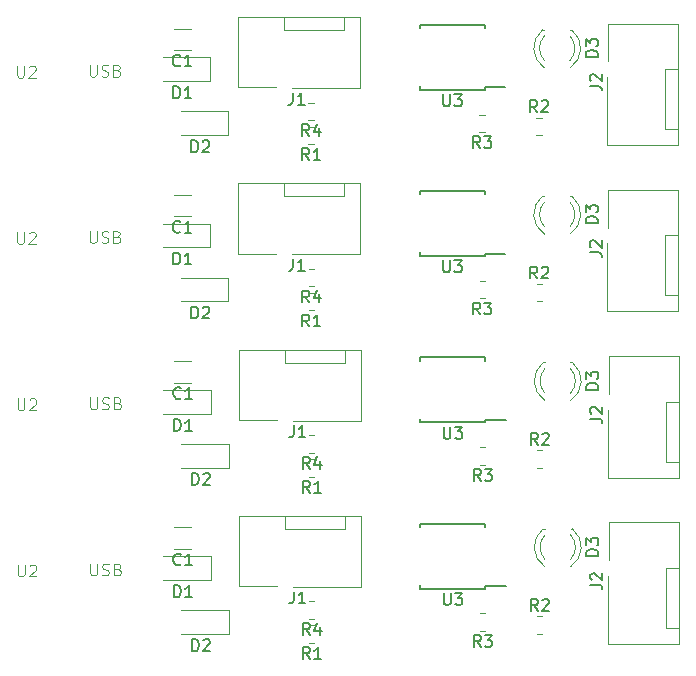
<source format=gbr>
%TF.GenerationSoftware,KiCad,Pcbnew,7.0.9*%
%TF.CreationDate,2023-12-25T23:00:34+05:45*%
%TF.ProjectId,Attiny85_USB_panel,41747469-6e79-4383-955f-5553425f7061,rev?*%
%TF.SameCoordinates,Original*%
%TF.FileFunction,Legend,Top*%
%TF.FilePolarity,Positive*%
%FSLAX46Y46*%
G04 Gerber Fmt 4.6, Leading zero omitted, Abs format (unit mm)*
G04 Created by KiCad (PCBNEW 7.0.9) date 2023-12-25 23:00:34*
%MOMM*%
%LPD*%
G01*
G04 APERTURE LIST*
%ADD10C,0.150000*%
%ADD11C,0.100000*%
%ADD12C,0.120000*%
G04 APERTURE END LIST*
D10*
X98895933Y-67484419D02*
X98562600Y-67008228D01*
X98324505Y-67484419D02*
X98324505Y-66484419D01*
X98324505Y-66484419D02*
X98705457Y-66484419D01*
X98705457Y-66484419D02*
X98800695Y-66532038D01*
X98800695Y-66532038D02*
X98848314Y-66579657D01*
X98848314Y-66579657D02*
X98895933Y-66674895D01*
X98895933Y-66674895D02*
X98895933Y-66817752D01*
X98895933Y-66817752D02*
X98848314Y-66912990D01*
X98848314Y-66912990D02*
X98800695Y-66960609D01*
X98800695Y-66960609D02*
X98705457Y-67008228D01*
X98705457Y-67008228D02*
X98324505Y-67008228D01*
X99848314Y-67484419D02*
X99276886Y-67484419D01*
X99562600Y-67484419D02*
X99562600Y-66484419D01*
X99562600Y-66484419D02*
X99467362Y-66627276D01*
X99467362Y-66627276D02*
X99372124Y-66722514D01*
X99372124Y-66722514D02*
X99276886Y-66770133D01*
X110236095Y-47838819D02*
X110236095Y-48648342D01*
X110236095Y-48648342D02*
X110283714Y-48743580D01*
X110283714Y-48743580D02*
X110331333Y-48791200D01*
X110331333Y-48791200D02*
X110426571Y-48838819D01*
X110426571Y-48838819D02*
X110617047Y-48838819D01*
X110617047Y-48838819D02*
X110712285Y-48791200D01*
X110712285Y-48791200D02*
X110759904Y-48743580D01*
X110759904Y-48743580D02*
X110807523Y-48648342D01*
X110807523Y-48648342D02*
X110807523Y-47838819D01*
X111188476Y-47838819D02*
X111807523Y-47838819D01*
X111807523Y-47838819D02*
X111474190Y-48219771D01*
X111474190Y-48219771D02*
X111617047Y-48219771D01*
X111617047Y-48219771D02*
X111712285Y-48267390D01*
X111712285Y-48267390D02*
X111759904Y-48315009D01*
X111759904Y-48315009D02*
X111807523Y-48410247D01*
X111807523Y-48410247D02*
X111807523Y-48648342D01*
X111807523Y-48648342D02*
X111759904Y-48743580D01*
X111759904Y-48743580D02*
X111712285Y-48791200D01*
X111712285Y-48791200D02*
X111617047Y-48838819D01*
X111617047Y-48838819D02*
X111331333Y-48838819D01*
X111331333Y-48838819D02*
X111236095Y-48791200D01*
X111236095Y-48791200D02*
X111188476Y-48743580D01*
X98895933Y-65452419D02*
X98562600Y-64976228D01*
X98324505Y-65452419D02*
X98324505Y-64452419D01*
X98324505Y-64452419D02*
X98705457Y-64452419D01*
X98705457Y-64452419D02*
X98800695Y-64500038D01*
X98800695Y-64500038D02*
X98848314Y-64547657D01*
X98848314Y-64547657D02*
X98895933Y-64642895D01*
X98895933Y-64642895D02*
X98895933Y-64785752D01*
X98895933Y-64785752D02*
X98848314Y-64880990D01*
X98848314Y-64880990D02*
X98800695Y-64928609D01*
X98800695Y-64928609D02*
X98705457Y-64976228D01*
X98705457Y-64976228D02*
X98324505Y-64976228D01*
X99753076Y-64785752D02*
X99753076Y-65452419D01*
X99514981Y-64404800D02*
X99276886Y-65119085D01*
X99276886Y-65119085D02*
X99895933Y-65119085D01*
X97520666Y-47708819D02*
X97520666Y-48423104D01*
X97520666Y-48423104D02*
X97473047Y-48565961D01*
X97473047Y-48565961D02*
X97377809Y-48661200D01*
X97377809Y-48661200D02*
X97234952Y-48708819D01*
X97234952Y-48708819D02*
X97139714Y-48708819D01*
X98520666Y-48708819D02*
X97949238Y-48708819D01*
X98234952Y-48708819D02*
X98234952Y-47708819D01*
X98234952Y-47708819D02*
X98139714Y-47851676D01*
X98139714Y-47851676D02*
X98044476Y-47946914D01*
X98044476Y-47946914D02*
X97949238Y-47994533D01*
X87450705Y-90415019D02*
X87450705Y-89415019D01*
X87450705Y-89415019D02*
X87688800Y-89415019D01*
X87688800Y-89415019D02*
X87831657Y-89462638D01*
X87831657Y-89462638D02*
X87926895Y-89557876D01*
X87926895Y-89557876D02*
X87974514Y-89653114D01*
X87974514Y-89653114D02*
X88022133Y-89843590D01*
X88022133Y-89843590D02*
X88022133Y-89986447D01*
X88022133Y-89986447D02*
X87974514Y-90176923D01*
X87974514Y-90176923D02*
X87926895Y-90272161D01*
X87926895Y-90272161D02*
X87831657Y-90367400D01*
X87831657Y-90367400D02*
X87688800Y-90415019D01*
X87688800Y-90415019D02*
X87450705Y-90415019D01*
X88974514Y-90415019D02*
X88403086Y-90415019D01*
X88688800Y-90415019D02*
X88688800Y-89415019D01*
X88688800Y-89415019D02*
X88593562Y-89557876D01*
X88593562Y-89557876D02*
X88498324Y-89653114D01*
X88498324Y-89653114D02*
X88403086Y-89700733D01*
X113422133Y-94637019D02*
X113088800Y-94160828D01*
X112850705Y-94637019D02*
X112850705Y-93637019D01*
X112850705Y-93637019D02*
X113231657Y-93637019D01*
X113231657Y-93637019D02*
X113326895Y-93684638D01*
X113326895Y-93684638D02*
X113374514Y-93732257D01*
X113374514Y-93732257D02*
X113422133Y-93827495D01*
X113422133Y-93827495D02*
X113422133Y-93970352D01*
X113422133Y-93970352D02*
X113374514Y-94065590D01*
X113374514Y-94065590D02*
X113326895Y-94113209D01*
X113326895Y-94113209D02*
X113231657Y-94160828D01*
X113231657Y-94160828D02*
X112850705Y-94160828D01*
X113755467Y-93637019D02*
X114374514Y-93637019D01*
X114374514Y-93637019D02*
X114041181Y-94017971D01*
X114041181Y-94017971D02*
X114184038Y-94017971D01*
X114184038Y-94017971D02*
X114279276Y-94065590D01*
X114279276Y-94065590D02*
X114326895Y-94113209D01*
X114326895Y-94113209D02*
X114374514Y-94208447D01*
X114374514Y-94208447D02*
X114374514Y-94446542D01*
X114374514Y-94446542D02*
X114326895Y-94541780D01*
X114326895Y-94541780D02*
X114279276Y-94589400D01*
X114279276Y-94589400D02*
X114184038Y-94637019D01*
X114184038Y-94637019D02*
X113898324Y-94637019D01*
X113898324Y-94637019D02*
X113803086Y-94589400D01*
X113803086Y-94589400D02*
X113755467Y-94541780D01*
X118197333Y-49350819D02*
X117864000Y-48874628D01*
X117625905Y-49350819D02*
X117625905Y-48350819D01*
X117625905Y-48350819D02*
X118006857Y-48350819D01*
X118006857Y-48350819D02*
X118102095Y-48398438D01*
X118102095Y-48398438D02*
X118149714Y-48446057D01*
X118149714Y-48446057D02*
X118197333Y-48541295D01*
X118197333Y-48541295D02*
X118197333Y-48684152D01*
X118197333Y-48684152D02*
X118149714Y-48779390D01*
X118149714Y-48779390D02*
X118102095Y-48827009D01*
X118102095Y-48827009D02*
X118006857Y-48874628D01*
X118006857Y-48874628D02*
X117625905Y-48874628D01*
X118578286Y-48446057D02*
X118625905Y-48398438D01*
X118625905Y-48398438D02*
X118721143Y-48350819D01*
X118721143Y-48350819D02*
X118959238Y-48350819D01*
X118959238Y-48350819D02*
X119054476Y-48398438D01*
X119054476Y-48398438D02*
X119102095Y-48446057D01*
X119102095Y-48446057D02*
X119149714Y-48541295D01*
X119149714Y-48541295D02*
X119149714Y-48636533D01*
X119149714Y-48636533D02*
X119102095Y-48779390D01*
X119102095Y-48779390D02*
X118530667Y-49350819D01*
X118530667Y-49350819D02*
X119149714Y-49350819D01*
X87448105Y-76343419D02*
X87448105Y-75343419D01*
X87448105Y-75343419D02*
X87686200Y-75343419D01*
X87686200Y-75343419D02*
X87829057Y-75391038D01*
X87829057Y-75391038D02*
X87924295Y-75486276D01*
X87924295Y-75486276D02*
X87971914Y-75581514D01*
X87971914Y-75581514D02*
X88019533Y-75771990D01*
X88019533Y-75771990D02*
X88019533Y-75914847D01*
X88019533Y-75914847D02*
X87971914Y-76105323D01*
X87971914Y-76105323D02*
X87924295Y-76200561D01*
X87924295Y-76200561D02*
X87829057Y-76295800D01*
X87829057Y-76295800D02*
X87686200Y-76343419D01*
X87686200Y-76343419D02*
X87448105Y-76343419D01*
X88971914Y-76343419D02*
X88400486Y-76343419D01*
X88686200Y-76343419D02*
X88686200Y-75343419D01*
X88686200Y-75343419D02*
X88590962Y-75486276D01*
X88590962Y-75486276D02*
X88495724Y-75581514D01*
X88495724Y-75581514D02*
X88400486Y-75629133D01*
X122653419Y-61204933D02*
X123367704Y-61204933D01*
X123367704Y-61204933D02*
X123510561Y-61252552D01*
X123510561Y-61252552D02*
X123605800Y-61347790D01*
X123605800Y-61347790D02*
X123653419Y-61490647D01*
X123653419Y-61490647D02*
X123653419Y-61585885D01*
X122748657Y-60776361D02*
X122701038Y-60728742D01*
X122701038Y-60728742D02*
X122653419Y-60633504D01*
X122653419Y-60633504D02*
X122653419Y-60395409D01*
X122653419Y-60395409D02*
X122701038Y-60300171D01*
X122701038Y-60300171D02*
X122748657Y-60252552D01*
X122748657Y-60252552D02*
X122843895Y-60204933D01*
X122843895Y-60204933D02*
X122939133Y-60204933D01*
X122939133Y-60204933D02*
X123081990Y-60252552D01*
X123081990Y-60252552D02*
X123653419Y-60823980D01*
X123653419Y-60823980D02*
X123653419Y-60204933D01*
X113419533Y-80565419D02*
X113086200Y-80089228D01*
X112848105Y-80565419D02*
X112848105Y-79565419D01*
X112848105Y-79565419D02*
X113229057Y-79565419D01*
X113229057Y-79565419D02*
X113324295Y-79613038D01*
X113324295Y-79613038D02*
X113371914Y-79660657D01*
X113371914Y-79660657D02*
X113419533Y-79755895D01*
X113419533Y-79755895D02*
X113419533Y-79898752D01*
X113419533Y-79898752D02*
X113371914Y-79993990D01*
X113371914Y-79993990D02*
X113324295Y-80041609D01*
X113324295Y-80041609D02*
X113229057Y-80089228D01*
X113229057Y-80089228D02*
X112848105Y-80089228D01*
X113752867Y-79565419D02*
X114371914Y-79565419D01*
X114371914Y-79565419D02*
X114038581Y-79946371D01*
X114038581Y-79946371D02*
X114181438Y-79946371D01*
X114181438Y-79946371D02*
X114276676Y-79993990D01*
X114276676Y-79993990D02*
X114324295Y-80041609D01*
X114324295Y-80041609D02*
X114371914Y-80136847D01*
X114371914Y-80136847D02*
X114371914Y-80374942D01*
X114371914Y-80374942D02*
X114324295Y-80470180D01*
X114324295Y-80470180D02*
X114276676Y-80517800D01*
X114276676Y-80517800D02*
X114181438Y-80565419D01*
X114181438Y-80565419D02*
X113895724Y-80565419D01*
X113895724Y-80565419D02*
X113800486Y-80517800D01*
X113800486Y-80517800D02*
X113752867Y-80470180D01*
X88972105Y-80915419D02*
X88972105Y-79915419D01*
X88972105Y-79915419D02*
X89210200Y-79915419D01*
X89210200Y-79915419D02*
X89353057Y-79963038D01*
X89353057Y-79963038D02*
X89448295Y-80058276D01*
X89448295Y-80058276D02*
X89495914Y-80153514D01*
X89495914Y-80153514D02*
X89543533Y-80343990D01*
X89543533Y-80343990D02*
X89543533Y-80486847D01*
X89543533Y-80486847D02*
X89495914Y-80677323D01*
X89495914Y-80677323D02*
X89448295Y-80772561D01*
X89448295Y-80772561D02*
X89353057Y-80867800D01*
X89353057Y-80867800D02*
X89210200Y-80915419D01*
X89210200Y-80915419D02*
X88972105Y-80915419D01*
X89924486Y-80010657D02*
X89972105Y-79963038D01*
X89972105Y-79963038D02*
X90067343Y-79915419D01*
X90067343Y-79915419D02*
X90305438Y-79915419D01*
X90305438Y-79915419D02*
X90400676Y-79963038D01*
X90400676Y-79963038D02*
X90448295Y-80010657D01*
X90448295Y-80010657D02*
X90495914Y-80105895D01*
X90495914Y-80105895D02*
X90495914Y-80201133D01*
X90495914Y-80201133D02*
X90448295Y-80343990D01*
X90448295Y-80343990D02*
X89876867Y-80915419D01*
X89876867Y-80915419D02*
X90495914Y-80915419D01*
X88974705Y-94987019D02*
X88974705Y-93987019D01*
X88974705Y-93987019D02*
X89212800Y-93987019D01*
X89212800Y-93987019D02*
X89355657Y-94034638D01*
X89355657Y-94034638D02*
X89450895Y-94129876D01*
X89450895Y-94129876D02*
X89498514Y-94225114D01*
X89498514Y-94225114D02*
X89546133Y-94415590D01*
X89546133Y-94415590D02*
X89546133Y-94558447D01*
X89546133Y-94558447D02*
X89498514Y-94748923D01*
X89498514Y-94748923D02*
X89450895Y-94844161D01*
X89450895Y-94844161D02*
X89355657Y-94939400D01*
X89355657Y-94939400D02*
X89212800Y-94987019D01*
X89212800Y-94987019D02*
X88974705Y-94987019D01*
X89927086Y-94082257D02*
X89974705Y-94034638D01*
X89974705Y-94034638D02*
X90069943Y-93987019D01*
X90069943Y-93987019D02*
X90308038Y-93987019D01*
X90308038Y-93987019D02*
X90403276Y-94034638D01*
X90403276Y-94034638D02*
X90450895Y-94082257D01*
X90450895Y-94082257D02*
X90498514Y-94177495D01*
X90498514Y-94177495D02*
X90498514Y-94272733D01*
X90498514Y-94272733D02*
X90450895Y-94415590D01*
X90450895Y-94415590D02*
X89879467Y-94987019D01*
X89879467Y-94987019D02*
X90498514Y-94987019D01*
X87973933Y-59461180D02*
X87926314Y-59508800D01*
X87926314Y-59508800D02*
X87783457Y-59556419D01*
X87783457Y-59556419D02*
X87688219Y-59556419D01*
X87688219Y-59556419D02*
X87545362Y-59508800D01*
X87545362Y-59508800D02*
X87450124Y-59413561D01*
X87450124Y-59413561D02*
X87402505Y-59318323D01*
X87402505Y-59318323D02*
X87354886Y-59127847D01*
X87354886Y-59127847D02*
X87354886Y-58984990D01*
X87354886Y-58984990D02*
X87402505Y-58794514D01*
X87402505Y-58794514D02*
X87450124Y-58699276D01*
X87450124Y-58699276D02*
X87545362Y-58604038D01*
X87545362Y-58604038D02*
X87688219Y-58556419D01*
X87688219Y-58556419D02*
X87783457Y-58556419D01*
X87783457Y-58556419D02*
X87926314Y-58604038D01*
X87926314Y-58604038D02*
X87973933Y-58651657D01*
X88926314Y-59556419D02*
X88354886Y-59556419D01*
X88640600Y-59556419D02*
X88640600Y-58556419D01*
X88640600Y-58556419D02*
X88545362Y-58699276D01*
X88545362Y-58699276D02*
X88450124Y-58794514D01*
X88450124Y-58794514D02*
X88354886Y-58842133D01*
X123302819Y-44675094D02*
X122302819Y-44675094D01*
X122302819Y-44675094D02*
X122302819Y-44436999D01*
X122302819Y-44436999D02*
X122350438Y-44294142D01*
X122350438Y-44294142D02*
X122445676Y-44198904D01*
X122445676Y-44198904D02*
X122540914Y-44151285D01*
X122540914Y-44151285D02*
X122731390Y-44103666D01*
X122731390Y-44103666D02*
X122874247Y-44103666D01*
X122874247Y-44103666D02*
X123064723Y-44151285D01*
X123064723Y-44151285D02*
X123159961Y-44198904D01*
X123159961Y-44198904D02*
X123255200Y-44294142D01*
X123255200Y-44294142D02*
X123302819Y-44436999D01*
X123302819Y-44436999D02*
X123302819Y-44675094D01*
X122302819Y-43770332D02*
X122302819Y-43151285D01*
X122302819Y-43151285D02*
X122683771Y-43484618D01*
X122683771Y-43484618D02*
X122683771Y-43341761D01*
X122683771Y-43341761D02*
X122731390Y-43246523D01*
X122731390Y-43246523D02*
X122779009Y-43198904D01*
X122779009Y-43198904D02*
X122874247Y-43151285D01*
X122874247Y-43151285D02*
X123112342Y-43151285D01*
X123112342Y-43151285D02*
X123207580Y-43198904D01*
X123207580Y-43198904D02*
X123255200Y-43246523D01*
X123255200Y-43246523D02*
X123302819Y-43341761D01*
X123302819Y-43341761D02*
X123302819Y-43627475D01*
X123302819Y-43627475D02*
X123255200Y-43722713D01*
X123255200Y-43722713D02*
X123207580Y-43770332D01*
X98941533Y-81581419D02*
X98608200Y-81105228D01*
X98370105Y-81581419D02*
X98370105Y-80581419D01*
X98370105Y-80581419D02*
X98751057Y-80581419D01*
X98751057Y-80581419D02*
X98846295Y-80629038D01*
X98846295Y-80629038D02*
X98893914Y-80676657D01*
X98893914Y-80676657D02*
X98941533Y-80771895D01*
X98941533Y-80771895D02*
X98941533Y-80914752D01*
X98941533Y-80914752D02*
X98893914Y-81009990D01*
X98893914Y-81009990D02*
X98846295Y-81057609D01*
X98846295Y-81057609D02*
X98751057Y-81105228D01*
X98751057Y-81105228D02*
X98370105Y-81105228D01*
X99893914Y-81581419D02*
X99322486Y-81581419D01*
X99608200Y-81581419D02*
X99608200Y-80581419D01*
X99608200Y-80581419D02*
X99512962Y-80724276D01*
X99512962Y-80724276D02*
X99417724Y-80819514D01*
X99417724Y-80819514D02*
X99322486Y-80867133D01*
X88022133Y-87629780D02*
X87974514Y-87677400D01*
X87974514Y-87677400D02*
X87831657Y-87725019D01*
X87831657Y-87725019D02*
X87736419Y-87725019D01*
X87736419Y-87725019D02*
X87593562Y-87677400D01*
X87593562Y-87677400D02*
X87498324Y-87582161D01*
X87498324Y-87582161D02*
X87450705Y-87486923D01*
X87450705Y-87486923D02*
X87403086Y-87296447D01*
X87403086Y-87296447D02*
X87403086Y-87153590D01*
X87403086Y-87153590D02*
X87450705Y-86963114D01*
X87450705Y-86963114D02*
X87498324Y-86867876D01*
X87498324Y-86867876D02*
X87593562Y-86772638D01*
X87593562Y-86772638D02*
X87736419Y-86725019D01*
X87736419Y-86725019D02*
X87831657Y-86725019D01*
X87831657Y-86725019D02*
X87974514Y-86772638D01*
X87974514Y-86772638D02*
X88022133Y-86820257D01*
X88974514Y-87725019D02*
X88403086Y-87725019D01*
X88688800Y-87725019D02*
X88688800Y-86725019D01*
X88688800Y-86725019D02*
X88593562Y-86867876D01*
X88593562Y-86867876D02*
X88498324Y-86963114D01*
X88498324Y-86963114D02*
X88403086Y-87010733D01*
X123353619Y-86915294D02*
X122353619Y-86915294D01*
X122353619Y-86915294D02*
X122353619Y-86677199D01*
X122353619Y-86677199D02*
X122401238Y-86534342D01*
X122401238Y-86534342D02*
X122496476Y-86439104D01*
X122496476Y-86439104D02*
X122591714Y-86391485D01*
X122591714Y-86391485D02*
X122782190Y-86343866D01*
X122782190Y-86343866D02*
X122925047Y-86343866D01*
X122925047Y-86343866D02*
X123115523Y-86391485D01*
X123115523Y-86391485D02*
X123210761Y-86439104D01*
X123210761Y-86439104D02*
X123306000Y-86534342D01*
X123306000Y-86534342D02*
X123353619Y-86677199D01*
X123353619Y-86677199D02*
X123353619Y-86915294D01*
X122353619Y-86010532D02*
X122353619Y-85391485D01*
X122353619Y-85391485D02*
X122734571Y-85724818D01*
X122734571Y-85724818D02*
X122734571Y-85581961D01*
X122734571Y-85581961D02*
X122782190Y-85486723D01*
X122782190Y-85486723D02*
X122829809Y-85439104D01*
X122829809Y-85439104D02*
X122925047Y-85391485D01*
X122925047Y-85391485D02*
X123163142Y-85391485D01*
X123163142Y-85391485D02*
X123258380Y-85439104D01*
X123258380Y-85439104D02*
X123306000Y-85486723D01*
X123306000Y-85486723D02*
X123353619Y-85581961D01*
X123353619Y-85581961D02*
X123353619Y-85867675D01*
X123353619Y-85867675D02*
X123306000Y-85962913D01*
X123306000Y-85962913D02*
X123258380Y-86010532D01*
X97568866Y-75877419D02*
X97568866Y-76591704D01*
X97568866Y-76591704D02*
X97521247Y-76734561D01*
X97521247Y-76734561D02*
X97426009Y-76829800D01*
X97426009Y-76829800D02*
X97283152Y-76877419D01*
X97283152Y-76877419D02*
X97187914Y-76877419D01*
X98568866Y-76877419D02*
X97997438Y-76877419D01*
X98283152Y-76877419D02*
X98283152Y-75877419D01*
X98283152Y-75877419D02*
X98187914Y-76020276D01*
X98187914Y-76020276D02*
X98092676Y-76115514D01*
X98092676Y-76115514D02*
X97997438Y-76163133D01*
X122699019Y-75301933D02*
X123413304Y-75301933D01*
X123413304Y-75301933D02*
X123556161Y-75349552D01*
X123556161Y-75349552D02*
X123651400Y-75444790D01*
X123651400Y-75444790D02*
X123699019Y-75587647D01*
X123699019Y-75587647D02*
X123699019Y-75682885D01*
X122794257Y-74873361D02*
X122746638Y-74825742D01*
X122746638Y-74825742D02*
X122699019Y-74730504D01*
X122699019Y-74730504D02*
X122699019Y-74492409D01*
X122699019Y-74492409D02*
X122746638Y-74397171D01*
X122746638Y-74397171D02*
X122794257Y-74349552D01*
X122794257Y-74349552D02*
X122889495Y-74301933D01*
X122889495Y-74301933D02*
X122984733Y-74301933D01*
X122984733Y-74301933D02*
X123127590Y-74349552D01*
X123127590Y-74349552D02*
X123699019Y-74920980D01*
X123699019Y-74920980D02*
X123699019Y-74301933D01*
X122650819Y-47133333D02*
X123365104Y-47133333D01*
X123365104Y-47133333D02*
X123507961Y-47180952D01*
X123507961Y-47180952D02*
X123603200Y-47276190D01*
X123603200Y-47276190D02*
X123650819Y-47419047D01*
X123650819Y-47419047D02*
X123650819Y-47514285D01*
X122746057Y-46704761D02*
X122698438Y-46657142D01*
X122698438Y-46657142D02*
X122650819Y-46561904D01*
X122650819Y-46561904D02*
X122650819Y-46323809D01*
X122650819Y-46323809D02*
X122698438Y-46228571D01*
X122698438Y-46228571D02*
X122746057Y-46180952D01*
X122746057Y-46180952D02*
X122841295Y-46133333D01*
X122841295Y-46133333D02*
X122936533Y-46133333D01*
X122936533Y-46133333D02*
X123079390Y-46180952D01*
X123079390Y-46180952D02*
X123650819Y-46752380D01*
X123650819Y-46752380D02*
X123650819Y-46133333D01*
X123351019Y-72843694D02*
X122351019Y-72843694D01*
X122351019Y-72843694D02*
X122351019Y-72605599D01*
X122351019Y-72605599D02*
X122398638Y-72462742D01*
X122398638Y-72462742D02*
X122493876Y-72367504D01*
X122493876Y-72367504D02*
X122589114Y-72319885D01*
X122589114Y-72319885D02*
X122779590Y-72272266D01*
X122779590Y-72272266D02*
X122922447Y-72272266D01*
X122922447Y-72272266D02*
X123112923Y-72319885D01*
X123112923Y-72319885D02*
X123208161Y-72367504D01*
X123208161Y-72367504D02*
X123303400Y-72462742D01*
X123303400Y-72462742D02*
X123351019Y-72605599D01*
X123351019Y-72605599D02*
X123351019Y-72843694D01*
X122351019Y-71938932D02*
X122351019Y-71319885D01*
X122351019Y-71319885D02*
X122731971Y-71653218D01*
X122731971Y-71653218D02*
X122731971Y-71510361D01*
X122731971Y-71510361D02*
X122779590Y-71415123D01*
X122779590Y-71415123D02*
X122827209Y-71367504D01*
X122827209Y-71367504D02*
X122922447Y-71319885D01*
X122922447Y-71319885D02*
X123160542Y-71319885D01*
X123160542Y-71319885D02*
X123255780Y-71367504D01*
X123255780Y-71367504D02*
X123303400Y-71415123D01*
X123303400Y-71415123D02*
X123351019Y-71510361D01*
X123351019Y-71510361D02*
X123351019Y-71796075D01*
X123351019Y-71796075D02*
X123303400Y-71891313D01*
X123303400Y-71891313D02*
X123255780Y-71938932D01*
X88019533Y-73558180D02*
X87971914Y-73605800D01*
X87971914Y-73605800D02*
X87829057Y-73653419D01*
X87829057Y-73653419D02*
X87733819Y-73653419D01*
X87733819Y-73653419D02*
X87590962Y-73605800D01*
X87590962Y-73605800D02*
X87495724Y-73510561D01*
X87495724Y-73510561D02*
X87448105Y-73415323D01*
X87448105Y-73415323D02*
X87400486Y-73224847D01*
X87400486Y-73224847D02*
X87400486Y-73081990D01*
X87400486Y-73081990D02*
X87448105Y-72891514D01*
X87448105Y-72891514D02*
X87495724Y-72796276D01*
X87495724Y-72796276D02*
X87590962Y-72701038D01*
X87590962Y-72701038D02*
X87733819Y-72653419D01*
X87733819Y-72653419D02*
X87829057Y-72653419D01*
X87829057Y-72653419D02*
X87971914Y-72701038D01*
X87971914Y-72701038D02*
X88019533Y-72748657D01*
X88971914Y-73653419D02*
X88400486Y-73653419D01*
X88686200Y-73653419D02*
X88686200Y-72653419D01*
X88686200Y-72653419D02*
X88590962Y-72796276D01*
X88590962Y-72796276D02*
X88495724Y-72891514D01*
X88495724Y-72891514D02*
X88400486Y-72939133D01*
X88926505Y-66818419D02*
X88926505Y-65818419D01*
X88926505Y-65818419D02*
X89164600Y-65818419D01*
X89164600Y-65818419D02*
X89307457Y-65866038D01*
X89307457Y-65866038D02*
X89402695Y-65961276D01*
X89402695Y-65961276D02*
X89450314Y-66056514D01*
X89450314Y-66056514D02*
X89497933Y-66246990D01*
X89497933Y-66246990D02*
X89497933Y-66389847D01*
X89497933Y-66389847D02*
X89450314Y-66580323D01*
X89450314Y-66580323D02*
X89402695Y-66675561D01*
X89402695Y-66675561D02*
X89307457Y-66770800D01*
X89307457Y-66770800D02*
X89164600Y-66818419D01*
X89164600Y-66818419D02*
X88926505Y-66818419D01*
X89878886Y-65913657D02*
X89926505Y-65866038D01*
X89926505Y-65866038D02*
X90021743Y-65818419D01*
X90021743Y-65818419D02*
X90259838Y-65818419D01*
X90259838Y-65818419D02*
X90355076Y-65866038D01*
X90355076Y-65866038D02*
X90402695Y-65913657D01*
X90402695Y-65913657D02*
X90450314Y-66008895D01*
X90450314Y-66008895D02*
X90450314Y-66104133D01*
X90450314Y-66104133D02*
X90402695Y-66246990D01*
X90402695Y-66246990D02*
X89831267Y-66818419D01*
X89831267Y-66818419D02*
X90450314Y-66818419D01*
X87971333Y-45389580D02*
X87923714Y-45437200D01*
X87923714Y-45437200D02*
X87780857Y-45484819D01*
X87780857Y-45484819D02*
X87685619Y-45484819D01*
X87685619Y-45484819D02*
X87542762Y-45437200D01*
X87542762Y-45437200D02*
X87447524Y-45341961D01*
X87447524Y-45341961D02*
X87399905Y-45246723D01*
X87399905Y-45246723D02*
X87352286Y-45056247D01*
X87352286Y-45056247D02*
X87352286Y-44913390D01*
X87352286Y-44913390D02*
X87399905Y-44722914D01*
X87399905Y-44722914D02*
X87447524Y-44627676D01*
X87447524Y-44627676D02*
X87542762Y-44532438D01*
X87542762Y-44532438D02*
X87685619Y-44484819D01*
X87685619Y-44484819D02*
X87780857Y-44484819D01*
X87780857Y-44484819D02*
X87923714Y-44532438D01*
X87923714Y-44532438D02*
X87971333Y-44580057D01*
X88923714Y-45484819D02*
X88352286Y-45484819D01*
X88638000Y-45484819D02*
X88638000Y-44484819D01*
X88638000Y-44484819D02*
X88542762Y-44627676D01*
X88542762Y-44627676D02*
X88447524Y-44722914D01*
X88447524Y-44722914D02*
X88352286Y-44770533D01*
X118245533Y-77519419D02*
X117912200Y-77043228D01*
X117674105Y-77519419D02*
X117674105Y-76519419D01*
X117674105Y-76519419D02*
X118055057Y-76519419D01*
X118055057Y-76519419D02*
X118150295Y-76567038D01*
X118150295Y-76567038D02*
X118197914Y-76614657D01*
X118197914Y-76614657D02*
X118245533Y-76709895D01*
X118245533Y-76709895D02*
X118245533Y-76852752D01*
X118245533Y-76852752D02*
X118197914Y-76947990D01*
X118197914Y-76947990D02*
X118150295Y-76995609D01*
X118150295Y-76995609D02*
X118055057Y-77043228D01*
X118055057Y-77043228D02*
X117674105Y-77043228D01*
X118626486Y-76614657D02*
X118674105Y-76567038D01*
X118674105Y-76567038D02*
X118769343Y-76519419D01*
X118769343Y-76519419D02*
X119007438Y-76519419D01*
X119007438Y-76519419D02*
X119102676Y-76567038D01*
X119102676Y-76567038D02*
X119150295Y-76614657D01*
X119150295Y-76614657D02*
X119197914Y-76709895D01*
X119197914Y-76709895D02*
X119197914Y-76805133D01*
X119197914Y-76805133D02*
X119150295Y-76947990D01*
X119150295Y-76947990D02*
X118578867Y-77519419D01*
X118578867Y-77519419D02*
X119197914Y-77519419D01*
X98941533Y-79549419D02*
X98608200Y-79073228D01*
X98370105Y-79549419D02*
X98370105Y-78549419D01*
X98370105Y-78549419D02*
X98751057Y-78549419D01*
X98751057Y-78549419D02*
X98846295Y-78597038D01*
X98846295Y-78597038D02*
X98893914Y-78644657D01*
X98893914Y-78644657D02*
X98941533Y-78739895D01*
X98941533Y-78739895D02*
X98941533Y-78882752D01*
X98941533Y-78882752D02*
X98893914Y-78977990D01*
X98893914Y-78977990D02*
X98846295Y-79025609D01*
X98846295Y-79025609D02*
X98751057Y-79073228D01*
X98751057Y-79073228D02*
X98370105Y-79073228D01*
X99798676Y-78882752D02*
X99798676Y-79549419D01*
X99560581Y-78501800D02*
X99322486Y-79216085D01*
X99322486Y-79216085D02*
X99941533Y-79216085D01*
X122701619Y-89373533D02*
X123415904Y-89373533D01*
X123415904Y-89373533D02*
X123558761Y-89421152D01*
X123558761Y-89421152D02*
X123654000Y-89516390D01*
X123654000Y-89516390D02*
X123701619Y-89659247D01*
X123701619Y-89659247D02*
X123701619Y-89754485D01*
X122796857Y-88944961D02*
X122749238Y-88897342D01*
X122749238Y-88897342D02*
X122701619Y-88802104D01*
X122701619Y-88802104D02*
X122701619Y-88564009D01*
X122701619Y-88564009D02*
X122749238Y-88468771D01*
X122749238Y-88468771D02*
X122796857Y-88421152D01*
X122796857Y-88421152D02*
X122892095Y-88373533D01*
X122892095Y-88373533D02*
X122987333Y-88373533D01*
X122987333Y-88373533D02*
X123130190Y-88421152D01*
X123130190Y-88421152D02*
X123701619Y-88992580D01*
X123701619Y-88992580D02*
X123701619Y-88373533D01*
D11*
X74216295Y-73592019D02*
X74216295Y-74401542D01*
X74216295Y-74401542D02*
X74263914Y-74496780D01*
X74263914Y-74496780D02*
X74311533Y-74544400D01*
X74311533Y-74544400D02*
X74406771Y-74592019D01*
X74406771Y-74592019D02*
X74597247Y-74592019D01*
X74597247Y-74592019D02*
X74692485Y-74544400D01*
X74692485Y-74544400D02*
X74740104Y-74496780D01*
X74740104Y-74496780D02*
X74787723Y-74401542D01*
X74787723Y-74401542D02*
X74787723Y-73592019D01*
X75216295Y-73687257D02*
X75263914Y-73639638D01*
X75263914Y-73639638D02*
X75359152Y-73592019D01*
X75359152Y-73592019D02*
X75597247Y-73592019D01*
X75597247Y-73592019D02*
X75692485Y-73639638D01*
X75692485Y-73639638D02*
X75740104Y-73687257D01*
X75740104Y-73687257D02*
X75787723Y-73782495D01*
X75787723Y-73782495D02*
X75787723Y-73877733D01*
X75787723Y-73877733D02*
X75740104Y-74020590D01*
X75740104Y-74020590D02*
X75168676Y-74592019D01*
X75168676Y-74592019D02*
X75787723Y-74592019D01*
X80362084Y-73507019D02*
X80362084Y-74316542D01*
X80362084Y-74316542D02*
X80409703Y-74411780D01*
X80409703Y-74411780D02*
X80457322Y-74459400D01*
X80457322Y-74459400D02*
X80552560Y-74507019D01*
X80552560Y-74507019D02*
X80743036Y-74507019D01*
X80743036Y-74507019D02*
X80838274Y-74459400D01*
X80838274Y-74459400D02*
X80885893Y-74411780D01*
X80885893Y-74411780D02*
X80933512Y-74316542D01*
X80933512Y-74316542D02*
X80933512Y-73507019D01*
X81362084Y-74459400D02*
X81504941Y-74507019D01*
X81504941Y-74507019D02*
X81743036Y-74507019D01*
X81743036Y-74507019D02*
X81838274Y-74459400D01*
X81838274Y-74459400D02*
X81885893Y-74411780D01*
X81885893Y-74411780D02*
X81933512Y-74316542D01*
X81933512Y-74316542D02*
X81933512Y-74221304D01*
X81933512Y-74221304D02*
X81885893Y-74126066D01*
X81885893Y-74126066D02*
X81838274Y-74078447D01*
X81838274Y-74078447D02*
X81743036Y-74030828D01*
X81743036Y-74030828D02*
X81552560Y-73983209D01*
X81552560Y-73983209D02*
X81457322Y-73935590D01*
X81457322Y-73935590D02*
X81409703Y-73887971D01*
X81409703Y-73887971D02*
X81362084Y-73792733D01*
X81362084Y-73792733D02*
X81362084Y-73697495D01*
X81362084Y-73697495D02*
X81409703Y-73602257D01*
X81409703Y-73602257D02*
X81457322Y-73554638D01*
X81457322Y-73554638D02*
X81552560Y-73507019D01*
X81552560Y-73507019D02*
X81790655Y-73507019D01*
X81790655Y-73507019D02*
X81933512Y-73554638D01*
X82695417Y-73983209D02*
X82838274Y-74030828D01*
X82838274Y-74030828D02*
X82885893Y-74078447D01*
X82885893Y-74078447D02*
X82933512Y-74173685D01*
X82933512Y-74173685D02*
X82933512Y-74316542D01*
X82933512Y-74316542D02*
X82885893Y-74411780D01*
X82885893Y-74411780D02*
X82838274Y-74459400D01*
X82838274Y-74459400D02*
X82743036Y-74507019D01*
X82743036Y-74507019D02*
X82362084Y-74507019D01*
X82362084Y-74507019D02*
X82362084Y-73507019D01*
X82362084Y-73507019D02*
X82695417Y-73507019D01*
X82695417Y-73507019D02*
X82790655Y-73554638D01*
X82790655Y-73554638D02*
X82838274Y-73602257D01*
X82838274Y-73602257D02*
X82885893Y-73697495D01*
X82885893Y-73697495D02*
X82885893Y-73792733D01*
X82885893Y-73792733D02*
X82838274Y-73887971D01*
X82838274Y-73887971D02*
X82790655Y-73935590D01*
X82790655Y-73935590D02*
X82695417Y-73983209D01*
X82695417Y-73983209D02*
X82362084Y-73983209D01*
D10*
X97571466Y-89949019D02*
X97571466Y-90663304D01*
X97571466Y-90663304D02*
X97523847Y-90806161D01*
X97523847Y-90806161D02*
X97428609Y-90901400D01*
X97428609Y-90901400D02*
X97285752Y-90949019D01*
X97285752Y-90949019D02*
X97190514Y-90949019D01*
X98571466Y-90949019D02*
X98000038Y-90949019D01*
X98285752Y-90949019D02*
X98285752Y-89949019D01*
X98285752Y-89949019D02*
X98190514Y-90091876D01*
X98190514Y-90091876D02*
X98095276Y-90187114D01*
X98095276Y-90187114D02*
X98000038Y-90234733D01*
X98944133Y-93621019D02*
X98610800Y-93144828D01*
X98372705Y-93621019D02*
X98372705Y-92621019D01*
X98372705Y-92621019D02*
X98753657Y-92621019D01*
X98753657Y-92621019D02*
X98848895Y-92668638D01*
X98848895Y-92668638D02*
X98896514Y-92716257D01*
X98896514Y-92716257D02*
X98944133Y-92811495D01*
X98944133Y-92811495D02*
X98944133Y-92954352D01*
X98944133Y-92954352D02*
X98896514Y-93049590D01*
X98896514Y-93049590D02*
X98848895Y-93097209D01*
X98848895Y-93097209D02*
X98753657Y-93144828D01*
X98753657Y-93144828D02*
X98372705Y-93144828D01*
X99801276Y-92954352D02*
X99801276Y-93621019D01*
X99563181Y-92573400D02*
X99325086Y-93287685D01*
X99325086Y-93287685D02*
X99944133Y-93287685D01*
X87399905Y-48174819D02*
X87399905Y-47174819D01*
X87399905Y-47174819D02*
X87638000Y-47174819D01*
X87638000Y-47174819D02*
X87780857Y-47222438D01*
X87780857Y-47222438D02*
X87876095Y-47317676D01*
X87876095Y-47317676D02*
X87923714Y-47412914D01*
X87923714Y-47412914D02*
X87971333Y-47603390D01*
X87971333Y-47603390D02*
X87971333Y-47746247D01*
X87971333Y-47746247D02*
X87923714Y-47936723D01*
X87923714Y-47936723D02*
X87876095Y-48031961D01*
X87876095Y-48031961D02*
X87780857Y-48127200D01*
X87780857Y-48127200D02*
X87638000Y-48174819D01*
X87638000Y-48174819D02*
X87399905Y-48174819D01*
X88923714Y-48174819D02*
X88352286Y-48174819D01*
X88638000Y-48174819D02*
X88638000Y-47174819D01*
X88638000Y-47174819D02*
X88542762Y-47317676D01*
X88542762Y-47317676D02*
X88447524Y-47412914D01*
X88447524Y-47412914D02*
X88352286Y-47460533D01*
X98944133Y-95653019D02*
X98610800Y-95176828D01*
X98372705Y-95653019D02*
X98372705Y-94653019D01*
X98372705Y-94653019D02*
X98753657Y-94653019D01*
X98753657Y-94653019D02*
X98848895Y-94700638D01*
X98848895Y-94700638D02*
X98896514Y-94748257D01*
X98896514Y-94748257D02*
X98944133Y-94843495D01*
X98944133Y-94843495D02*
X98944133Y-94986352D01*
X98944133Y-94986352D02*
X98896514Y-95081590D01*
X98896514Y-95081590D02*
X98848895Y-95129209D01*
X98848895Y-95129209D02*
X98753657Y-95176828D01*
X98753657Y-95176828D02*
X98372705Y-95176828D01*
X99896514Y-95653019D02*
X99325086Y-95653019D01*
X99610800Y-95653019D02*
X99610800Y-94653019D01*
X99610800Y-94653019D02*
X99515562Y-94795876D01*
X99515562Y-94795876D02*
X99420324Y-94891114D01*
X99420324Y-94891114D02*
X99325086Y-94938733D01*
X98893333Y-53412819D02*
X98560000Y-52936628D01*
X98321905Y-53412819D02*
X98321905Y-52412819D01*
X98321905Y-52412819D02*
X98702857Y-52412819D01*
X98702857Y-52412819D02*
X98798095Y-52460438D01*
X98798095Y-52460438D02*
X98845714Y-52508057D01*
X98845714Y-52508057D02*
X98893333Y-52603295D01*
X98893333Y-52603295D02*
X98893333Y-52746152D01*
X98893333Y-52746152D02*
X98845714Y-52841390D01*
X98845714Y-52841390D02*
X98798095Y-52889009D01*
X98798095Y-52889009D02*
X98702857Y-52936628D01*
X98702857Y-52936628D02*
X98321905Y-52936628D01*
X99845714Y-53412819D02*
X99274286Y-53412819D01*
X99560000Y-53412819D02*
X99560000Y-52412819D01*
X99560000Y-52412819D02*
X99464762Y-52555676D01*
X99464762Y-52555676D02*
X99369524Y-52650914D01*
X99369524Y-52650914D02*
X99274286Y-52698533D01*
X88923905Y-52746819D02*
X88923905Y-51746819D01*
X88923905Y-51746819D02*
X89162000Y-51746819D01*
X89162000Y-51746819D02*
X89304857Y-51794438D01*
X89304857Y-51794438D02*
X89400095Y-51889676D01*
X89400095Y-51889676D02*
X89447714Y-51984914D01*
X89447714Y-51984914D02*
X89495333Y-52175390D01*
X89495333Y-52175390D02*
X89495333Y-52318247D01*
X89495333Y-52318247D02*
X89447714Y-52508723D01*
X89447714Y-52508723D02*
X89400095Y-52603961D01*
X89400095Y-52603961D02*
X89304857Y-52699200D01*
X89304857Y-52699200D02*
X89162000Y-52746819D01*
X89162000Y-52746819D02*
X88923905Y-52746819D01*
X89876286Y-51842057D02*
X89923905Y-51794438D01*
X89923905Y-51794438D02*
X90019143Y-51746819D01*
X90019143Y-51746819D02*
X90257238Y-51746819D01*
X90257238Y-51746819D02*
X90352476Y-51794438D01*
X90352476Y-51794438D02*
X90400095Y-51842057D01*
X90400095Y-51842057D02*
X90447714Y-51937295D01*
X90447714Y-51937295D02*
X90447714Y-52032533D01*
X90447714Y-52032533D02*
X90400095Y-52175390D01*
X90400095Y-52175390D02*
X89828667Y-52746819D01*
X89828667Y-52746819D02*
X90447714Y-52746819D01*
X98893333Y-51380819D02*
X98560000Y-50904628D01*
X98321905Y-51380819D02*
X98321905Y-50380819D01*
X98321905Y-50380819D02*
X98702857Y-50380819D01*
X98702857Y-50380819D02*
X98798095Y-50428438D01*
X98798095Y-50428438D02*
X98845714Y-50476057D01*
X98845714Y-50476057D02*
X98893333Y-50571295D01*
X98893333Y-50571295D02*
X98893333Y-50714152D01*
X98893333Y-50714152D02*
X98845714Y-50809390D01*
X98845714Y-50809390D02*
X98798095Y-50857009D01*
X98798095Y-50857009D02*
X98702857Y-50904628D01*
X98702857Y-50904628D02*
X98321905Y-50904628D01*
X99750476Y-50714152D02*
X99750476Y-51380819D01*
X99512381Y-50333200D02*
X99274286Y-51047485D01*
X99274286Y-51047485D02*
X99893333Y-51047485D01*
D11*
X74170695Y-59495019D02*
X74170695Y-60304542D01*
X74170695Y-60304542D02*
X74218314Y-60399780D01*
X74218314Y-60399780D02*
X74265933Y-60447400D01*
X74265933Y-60447400D02*
X74361171Y-60495019D01*
X74361171Y-60495019D02*
X74551647Y-60495019D01*
X74551647Y-60495019D02*
X74646885Y-60447400D01*
X74646885Y-60447400D02*
X74694504Y-60399780D01*
X74694504Y-60399780D02*
X74742123Y-60304542D01*
X74742123Y-60304542D02*
X74742123Y-59495019D01*
X75170695Y-59590257D02*
X75218314Y-59542638D01*
X75218314Y-59542638D02*
X75313552Y-59495019D01*
X75313552Y-59495019D02*
X75551647Y-59495019D01*
X75551647Y-59495019D02*
X75646885Y-59542638D01*
X75646885Y-59542638D02*
X75694504Y-59590257D01*
X75694504Y-59590257D02*
X75742123Y-59685495D01*
X75742123Y-59685495D02*
X75742123Y-59780733D01*
X75742123Y-59780733D02*
X75694504Y-59923590D01*
X75694504Y-59923590D02*
X75123076Y-60495019D01*
X75123076Y-60495019D02*
X75742123Y-60495019D01*
X80316484Y-59410019D02*
X80316484Y-60219542D01*
X80316484Y-60219542D02*
X80364103Y-60314780D01*
X80364103Y-60314780D02*
X80411722Y-60362400D01*
X80411722Y-60362400D02*
X80506960Y-60410019D01*
X80506960Y-60410019D02*
X80697436Y-60410019D01*
X80697436Y-60410019D02*
X80792674Y-60362400D01*
X80792674Y-60362400D02*
X80840293Y-60314780D01*
X80840293Y-60314780D02*
X80887912Y-60219542D01*
X80887912Y-60219542D02*
X80887912Y-59410019D01*
X81316484Y-60362400D02*
X81459341Y-60410019D01*
X81459341Y-60410019D02*
X81697436Y-60410019D01*
X81697436Y-60410019D02*
X81792674Y-60362400D01*
X81792674Y-60362400D02*
X81840293Y-60314780D01*
X81840293Y-60314780D02*
X81887912Y-60219542D01*
X81887912Y-60219542D02*
X81887912Y-60124304D01*
X81887912Y-60124304D02*
X81840293Y-60029066D01*
X81840293Y-60029066D02*
X81792674Y-59981447D01*
X81792674Y-59981447D02*
X81697436Y-59933828D01*
X81697436Y-59933828D02*
X81506960Y-59886209D01*
X81506960Y-59886209D02*
X81411722Y-59838590D01*
X81411722Y-59838590D02*
X81364103Y-59790971D01*
X81364103Y-59790971D02*
X81316484Y-59695733D01*
X81316484Y-59695733D02*
X81316484Y-59600495D01*
X81316484Y-59600495D02*
X81364103Y-59505257D01*
X81364103Y-59505257D02*
X81411722Y-59457638D01*
X81411722Y-59457638D02*
X81506960Y-59410019D01*
X81506960Y-59410019D02*
X81745055Y-59410019D01*
X81745055Y-59410019D02*
X81887912Y-59457638D01*
X82649817Y-59886209D02*
X82792674Y-59933828D01*
X82792674Y-59933828D02*
X82840293Y-59981447D01*
X82840293Y-59981447D02*
X82887912Y-60076685D01*
X82887912Y-60076685D02*
X82887912Y-60219542D01*
X82887912Y-60219542D02*
X82840293Y-60314780D01*
X82840293Y-60314780D02*
X82792674Y-60362400D01*
X82792674Y-60362400D02*
X82697436Y-60410019D01*
X82697436Y-60410019D02*
X82316484Y-60410019D01*
X82316484Y-60410019D02*
X82316484Y-59410019D01*
X82316484Y-59410019D02*
X82649817Y-59410019D01*
X82649817Y-59410019D02*
X82745055Y-59457638D01*
X82745055Y-59457638D02*
X82792674Y-59505257D01*
X82792674Y-59505257D02*
X82840293Y-59600495D01*
X82840293Y-59600495D02*
X82840293Y-59695733D01*
X82840293Y-59695733D02*
X82792674Y-59790971D01*
X82792674Y-59790971D02*
X82745055Y-59838590D01*
X82745055Y-59838590D02*
X82649817Y-59886209D01*
X82649817Y-59886209D02*
X82316484Y-59886209D01*
X74168095Y-45423419D02*
X74168095Y-46232942D01*
X74168095Y-46232942D02*
X74215714Y-46328180D01*
X74215714Y-46328180D02*
X74263333Y-46375800D01*
X74263333Y-46375800D02*
X74358571Y-46423419D01*
X74358571Y-46423419D02*
X74549047Y-46423419D01*
X74549047Y-46423419D02*
X74644285Y-46375800D01*
X74644285Y-46375800D02*
X74691904Y-46328180D01*
X74691904Y-46328180D02*
X74739523Y-46232942D01*
X74739523Y-46232942D02*
X74739523Y-45423419D01*
X75168095Y-45518657D02*
X75215714Y-45471038D01*
X75215714Y-45471038D02*
X75310952Y-45423419D01*
X75310952Y-45423419D02*
X75549047Y-45423419D01*
X75549047Y-45423419D02*
X75644285Y-45471038D01*
X75644285Y-45471038D02*
X75691904Y-45518657D01*
X75691904Y-45518657D02*
X75739523Y-45613895D01*
X75739523Y-45613895D02*
X75739523Y-45709133D01*
X75739523Y-45709133D02*
X75691904Y-45851990D01*
X75691904Y-45851990D02*
X75120476Y-46423419D01*
X75120476Y-46423419D02*
X75739523Y-46423419D01*
X80313884Y-45338419D02*
X80313884Y-46147942D01*
X80313884Y-46147942D02*
X80361503Y-46243180D01*
X80361503Y-46243180D02*
X80409122Y-46290800D01*
X80409122Y-46290800D02*
X80504360Y-46338419D01*
X80504360Y-46338419D02*
X80694836Y-46338419D01*
X80694836Y-46338419D02*
X80790074Y-46290800D01*
X80790074Y-46290800D02*
X80837693Y-46243180D01*
X80837693Y-46243180D02*
X80885312Y-46147942D01*
X80885312Y-46147942D02*
X80885312Y-45338419D01*
X81313884Y-46290800D02*
X81456741Y-46338419D01*
X81456741Y-46338419D02*
X81694836Y-46338419D01*
X81694836Y-46338419D02*
X81790074Y-46290800D01*
X81790074Y-46290800D02*
X81837693Y-46243180D01*
X81837693Y-46243180D02*
X81885312Y-46147942D01*
X81885312Y-46147942D02*
X81885312Y-46052704D01*
X81885312Y-46052704D02*
X81837693Y-45957466D01*
X81837693Y-45957466D02*
X81790074Y-45909847D01*
X81790074Y-45909847D02*
X81694836Y-45862228D01*
X81694836Y-45862228D02*
X81504360Y-45814609D01*
X81504360Y-45814609D02*
X81409122Y-45766990D01*
X81409122Y-45766990D02*
X81361503Y-45719371D01*
X81361503Y-45719371D02*
X81313884Y-45624133D01*
X81313884Y-45624133D02*
X81313884Y-45528895D01*
X81313884Y-45528895D02*
X81361503Y-45433657D01*
X81361503Y-45433657D02*
X81409122Y-45386038D01*
X81409122Y-45386038D02*
X81504360Y-45338419D01*
X81504360Y-45338419D02*
X81742455Y-45338419D01*
X81742455Y-45338419D02*
X81885312Y-45386038D01*
X82647217Y-45814609D02*
X82790074Y-45862228D01*
X82790074Y-45862228D02*
X82837693Y-45909847D01*
X82837693Y-45909847D02*
X82885312Y-46005085D01*
X82885312Y-46005085D02*
X82885312Y-46147942D01*
X82885312Y-46147942D02*
X82837693Y-46243180D01*
X82837693Y-46243180D02*
X82790074Y-46290800D01*
X82790074Y-46290800D02*
X82694836Y-46338419D01*
X82694836Y-46338419D02*
X82313884Y-46338419D01*
X82313884Y-46338419D02*
X82313884Y-45338419D01*
X82313884Y-45338419D02*
X82647217Y-45338419D01*
X82647217Y-45338419D02*
X82742455Y-45386038D01*
X82742455Y-45386038D02*
X82790074Y-45433657D01*
X82790074Y-45433657D02*
X82837693Y-45528895D01*
X82837693Y-45528895D02*
X82837693Y-45624133D01*
X82837693Y-45624133D02*
X82790074Y-45719371D01*
X82790074Y-45719371D02*
X82742455Y-45766990D01*
X82742455Y-45766990D02*
X82647217Y-45814609D01*
X82647217Y-45814609D02*
X82313884Y-45814609D01*
D10*
X113373933Y-66468419D02*
X113040600Y-65992228D01*
X112802505Y-66468419D02*
X112802505Y-65468419D01*
X112802505Y-65468419D02*
X113183457Y-65468419D01*
X113183457Y-65468419D02*
X113278695Y-65516038D01*
X113278695Y-65516038D02*
X113326314Y-65563657D01*
X113326314Y-65563657D02*
X113373933Y-65658895D01*
X113373933Y-65658895D02*
X113373933Y-65801752D01*
X113373933Y-65801752D02*
X113326314Y-65896990D01*
X113326314Y-65896990D02*
X113278695Y-65944609D01*
X113278695Y-65944609D02*
X113183457Y-65992228D01*
X113183457Y-65992228D02*
X112802505Y-65992228D01*
X113707267Y-65468419D02*
X114326314Y-65468419D01*
X114326314Y-65468419D02*
X113992981Y-65849371D01*
X113992981Y-65849371D02*
X114135838Y-65849371D01*
X114135838Y-65849371D02*
X114231076Y-65896990D01*
X114231076Y-65896990D02*
X114278695Y-65944609D01*
X114278695Y-65944609D02*
X114326314Y-66039847D01*
X114326314Y-66039847D02*
X114326314Y-66277942D01*
X114326314Y-66277942D02*
X114278695Y-66373180D01*
X114278695Y-66373180D02*
X114231076Y-66420800D01*
X114231076Y-66420800D02*
X114135838Y-66468419D01*
X114135838Y-66468419D02*
X113850124Y-66468419D01*
X113850124Y-66468419D02*
X113754886Y-66420800D01*
X113754886Y-66420800D02*
X113707267Y-66373180D01*
X118199933Y-63422419D02*
X117866600Y-62946228D01*
X117628505Y-63422419D02*
X117628505Y-62422419D01*
X117628505Y-62422419D02*
X118009457Y-62422419D01*
X118009457Y-62422419D02*
X118104695Y-62470038D01*
X118104695Y-62470038D02*
X118152314Y-62517657D01*
X118152314Y-62517657D02*
X118199933Y-62612895D01*
X118199933Y-62612895D02*
X118199933Y-62755752D01*
X118199933Y-62755752D02*
X118152314Y-62850990D01*
X118152314Y-62850990D02*
X118104695Y-62898609D01*
X118104695Y-62898609D02*
X118009457Y-62946228D01*
X118009457Y-62946228D02*
X117628505Y-62946228D01*
X118580886Y-62517657D02*
X118628505Y-62470038D01*
X118628505Y-62470038D02*
X118723743Y-62422419D01*
X118723743Y-62422419D02*
X118961838Y-62422419D01*
X118961838Y-62422419D02*
X119057076Y-62470038D01*
X119057076Y-62470038D02*
X119104695Y-62517657D01*
X119104695Y-62517657D02*
X119152314Y-62612895D01*
X119152314Y-62612895D02*
X119152314Y-62708133D01*
X119152314Y-62708133D02*
X119104695Y-62850990D01*
X119104695Y-62850990D02*
X118533267Y-63422419D01*
X118533267Y-63422419D02*
X119152314Y-63422419D01*
X110238695Y-61910419D02*
X110238695Y-62719942D01*
X110238695Y-62719942D02*
X110286314Y-62815180D01*
X110286314Y-62815180D02*
X110333933Y-62862800D01*
X110333933Y-62862800D02*
X110429171Y-62910419D01*
X110429171Y-62910419D02*
X110619647Y-62910419D01*
X110619647Y-62910419D02*
X110714885Y-62862800D01*
X110714885Y-62862800D02*
X110762504Y-62815180D01*
X110762504Y-62815180D02*
X110810123Y-62719942D01*
X110810123Y-62719942D02*
X110810123Y-61910419D01*
X111191076Y-61910419D02*
X111810123Y-61910419D01*
X111810123Y-61910419D02*
X111476790Y-62291371D01*
X111476790Y-62291371D02*
X111619647Y-62291371D01*
X111619647Y-62291371D02*
X111714885Y-62338990D01*
X111714885Y-62338990D02*
X111762504Y-62386609D01*
X111762504Y-62386609D02*
X111810123Y-62481847D01*
X111810123Y-62481847D02*
X111810123Y-62719942D01*
X111810123Y-62719942D02*
X111762504Y-62815180D01*
X111762504Y-62815180D02*
X111714885Y-62862800D01*
X111714885Y-62862800D02*
X111619647Y-62910419D01*
X111619647Y-62910419D02*
X111333933Y-62910419D01*
X111333933Y-62910419D02*
X111238695Y-62862800D01*
X111238695Y-62862800D02*
X111191076Y-62815180D01*
X113371333Y-52396819D02*
X113038000Y-51920628D01*
X112799905Y-52396819D02*
X112799905Y-51396819D01*
X112799905Y-51396819D02*
X113180857Y-51396819D01*
X113180857Y-51396819D02*
X113276095Y-51444438D01*
X113276095Y-51444438D02*
X113323714Y-51492057D01*
X113323714Y-51492057D02*
X113371333Y-51587295D01*
X113371333Y-51587295D02*
X113371333Y-51730152D01*
X113371333Y-51730152D02*
X113323714Y-51825390D01*
X113323714Y-51825390D02*
X113276095Y-51873009D01*
X113276095Y-51873009D02*
X113180857Y-51920628D01*
X113180857Y-51920628D02*
X112799905Y-51920628D01*
X113704667Y-51396819D02*
X114323714Y-51396819D01*
X114323714Y-51396819D02*
X113990381Y-51777771D01*
X113990381Y-51777771D02*
X114133238Y-51777771D01*
X114133238Y-51777771D02*
X114228476Y-51825390D01*
X114228476Y-51825390D02*
X114276095Y-51873009D01*
X114276095Y-51873009D02*
X114323714Y-51968247D01*
X114323714Y-51968247D02*
X114323714Y-52206342D01*
X114323714Y-52206342D02*
X114276095Y-52301580D01*
X114276095Y-52301580D02*
X114228476Y-52349200D01*
X114228476Y-52349200D02*
X114133238Y-52396819D01*
X114133238Y-52396819D02*
X113847524Y-52396819D01*
X113847524Y-52396819D02*
X113752286Y-52349200D01*
X113752286Y-52349200D02*
X113704667Y-52301580D01*
X87402505Y-62246419D02*
X87402505Y-61246419D01*
X87402505Y-61246419D02*
X87640600Y-61246419D01*
X87640600Y-61246419D02*
X87783457Y-61294038D01*
X87783457Y-61294038D02*
X87878695Y-61389276D01*
X87878695Y-61389276D02*
X87926314Y-61484514D01*
X87926314Y-61484514D02*
X87973933Y-61674990D01*
X87973933Y-61674990D02*
X87973933Y-61817847D01*
X87973933Y-61817847D02*
X87926314Y-62008323D01*
X87926314Y-62008323D02*
X87878695Y-62103561D01*
X87878695Y-62103561D02*
X87783457Y-62198800D01*
X87783457Y-62198800D02*
X87640600Y-62246419D01*
X87640600Y-62246419D02*
X87402505Y-62246419D01*
X88926314Y-62246419D02*
X88354886Y-62246419D01*
X88640600Y-62246419D02*
X88640600Y-61246419D01*
X88640600Y-61246419D02*
X88545362Y-61389276D01*
X88545362Y-61389276D02*
X88450124Y-61484514D01*
X88450124Y-61484514D02*
X88354886Y-61532133D01*
X97523266Y-61780419D02*
X97523266Y-62494704D01*
X97523266Y-62494704D02*
X97475647Y-62637561D01*
X97475647Y-62637561D02*
X97380409Y-62732800D01*
X97380409Y-62732800D02*
X97237552Y-62780419D01*
X97237552Y-62780419D02*
X97142314Y-62780419D01*
X98523266Y-62780419D02*
X97951838Y-62780419D01*
X98237552Y-62780419D02*
X98237552Y-61780419D01*
X98237552Y-61780419D02*
X98142314Y-61923276D01*
X98142314Y-61923276D02*
X98047076Y-62018514D01*
X98047076Y-62018514D02*
X97951838Y-62066133D01*
X123305419Y-58746694D02*
X122305419Y-58746694D01*
X122305419Y-58746694D02*
X122305419Y-58508599D01*
X122305419Y-58508599D02*
X122353038Y-58365742D01*
X122353038Y-58365742D02*
X122448276Y-58270504D01*
X122448276Y-58270504D02*
X122543514Y-58222885D01*
X122543514Y-58222885D02*
X122733990Y-58175266D01*
X122733990Y-58175266D02*
X122876847Y-58175266D01*
X122876847Y-58175266D02*
X123067323Y-58222885D01*
X123067323Y-58222885D02*
X123162561Y-58270504D01*
X123162561Y-58270504D02*
X123257800Y-58365742D01*
X123257800Y-58365742D02*
X123305419Y-58508599D01*
X123305419Y-58508599D02*
X123305419Y-58746694D01*
X122305419Y-57841932D02*
X122305419Y-57222885D01*
X122305419Y-57222885D02*
X122686371Y-57556218D01*
X122686371Y-57556218D02*
X122686371Y-57413361D01*
X122686371Y-57413361D02*
X122733990Y-57318123D01*
X122733990Y-57318123D02*
X122781609Y-57270504D01*
X122781609Y-57270504D02*
X122876847Y-57222885D01*
X122876847Y-57222885D02*
X123114942Y-57222885D01*
X123114942Y-57222885D02*
X123210180Y-57270504D01*
X123210180Y-57270504D02*
X123257800Y-57318123D01*
X123257800Y-57318123D02*
X123305419Y-57413361D01*
X123305419Y-57413361D02*
X123305419Y-57699075D01*
X123305419Y-57699075D02*
X123257800Y-57794313D01*
X123257800Y-57794313D02*
X123210180Y-57841932D01*
X110284295Y-76007419D02*
X110284295Y-76816942D01*
X110284295Y-76816942D02*
X110331914Y-76912180D01*
X110331914Y-76912180D02*
X110379533Y-76959800D01*
X110379533Y-76959800D02*
X110474771Y-77007419D01*
X110474771Y-77007419D02*
X110665247Y-77007419D01*
X110665247Y-77007419D02*
X110760485Y-76959800D01*
X110760485Y-76959800D02*
X110808104Y-76912180D01*
X110808104Y-76912180D02*
X110855723Y-76816942D01*
X110855723Y-76816942D02*
X110855723Y-76007419D01*
X111236676Y-76007419D02*
X111855723Y-76007419D01*
X111855723Y-76007419D02*
X111522390Y-76388371D01*
X111522390Y-76388371D02*
X111665247Y-76388371D01*
X111665247Y-76388371D02*
X111760485Y-76435990D01*
X111760485Y-76435990D02*
X111808104Y-76483609D01*
X111808104Y-76483609D02*
X111855723Y-76578847D01*
X111855723Y-76578847D02*
X111855723Y-76816942D01*
X111855723Y-76816942D02*
X111808104Y-76912180D01*
X111808104Y-76912180D02*
X111760485Y-76959800D01*
X111760485Y-76959800D02*
X111665247Y-77007419D01*
X111665247Y-77007419D02*
X111379533Y-77007419D01*
X111379533Y-77007419D02*
X111284295Y-76959800D01*
X111284295Y-76959800D02*
X111236676Y-76912180D01*
X118248133Y-91591019D02*
X117914800Y-91114828D01*
X117676705Y-91591019D02*
X117676705Y-90591019D01*
X117676705Y-90591019D02*
X118057657Y-90591019D01*
X118057657Y-90591019D02*
X118152895Y-90638638D01*
X118152895Y-90638638D02*
X118200514Y-90686257D01*
X118200514Y-90686257D02*
X118248133Y-90781495D01*
X118248133Y-90781495D02*
X118248133Y-90924352D01*
X118248133Y-90924352D02*
X118200514Y-91019590D01*
X118200514Y-91019590D02*
X118152895Y-91067209D01*
X118152895Y-91067209D02*
X118057657Y-91114828D01*
X118057657Y-91114828D02*
X117676705Y-91114828D01*
X118629086Y-90686257D02*
X118676705Y-90638638D01*
X118676705Y-90638638D02*
X118771943Y-90591019D01*
X118771943Y-90591019D02*
X119010038Y-90591019D01*
X119010038Y-90591019D02*
X119105276Y-90638638D01*
X119105276Y-90638638D02*
X119152895Y-90686257D01*
X119152895Y-90686257D02*
X119200514Y-90781495D01*
X119200514Y-90781495D02*
X119200514Y-90876733D01*
X119200514Y-90876733D02*
X119152895Y-91019590D01*
X119152895Y-91019590D02*
X118581467Y-91591019D01*
X118581467Y-91591019D02*
X119200514Y-91591019D01*
X110286895Y-90079019D02*
X110286895Y-90888542D01*
X110286895Y-90888542D02*
X110334514Y-90983780D01*
X110334514Y-90983780D02*
X110382133Y-91031400D01*
X110382133Y-91031400D02*
X110477371Y-91079019D01*
X110477371Y-91079019D02*
X110667847Y-91079019D01*
X110667847Y-91079019D02*
X110763085Y-91031400D01*
X110763085Y-91031400D02*
X110810704Y-90983780D01*
X110810704Y-90983780D02*
X110858323Y-90888542D01*
X110858323Y-90888542D02*
X110858323Y-90079019D01*
X111239276Y-90079019D02*
X111858323Y-90079019D01*
X111858323Y-90079019D02*
X111524990Y-90459971D01*
X111524990Y-90459971D02*
X111667847Y-90459971D01*
X111667847Y-90459971D02*
X111763085Y-90507590D01*
X111763085Y-90507590D02*
X111810704Y-90555209D01*
X111810704Y-90555209D02*
X111858323Y-90650447D01*
X111858323Y-90650447D02*
X111858323Y-90888542D01*
X111858323Y-90888542D02*
X111810704Y-90983780D01*
X111810704Y-90983780D02*
X111763085Y-91031400D01*
X111763085Y-91031400D02*
X111667847Y-91079019D01*
X111667847Y-91079019D02*
X111382133Y-91079019D01*
X111382133Y-91079019D02*
X111286895Y-91031400D01*
X111286895Y-91031400D02*
X111239276Y-90983780D01*
D11*
X74218895Y-87663619D02*
X74218895Y-88473142D01*
X74218895Y-88473142D02*
X74266514Y-88568380D01*
X74266514Y-88568380D02*
X74314133Y-88616000D01*
X74314133Y-88616000D02*
X74409371Y-88663619D01*
X74409371Y-88663619D02*
X74599847Y-88663619D01*
X74599847Y-88663619D02*
X74695085Y-88616000D01*
X74695085Y-88616000D02*
X74742704Y-88568380D01*
X74742704Y-88568380D02*
X74790323Y-88473142D01*
X74790323Y-88473142D02*
X74790323Y-87663619D01*
X75218895Y-87758857D02*
X75266514Y-87711238D01*
X75266514Y-87711238D02*
X75361752Y-87663619D01*
X75361752Y-87663619D02*
X75599847Y-87663619D01*
X75599847Y-87663619D02*
X75695085Y-87711238D01*
X75695085Y-87711238D02*
X75742704Y-87758857D01*
X75742704Y-87758857D02*
X75790323Y-87854095D01*
X75790323Y-87854095D02*
X75790323Y-87949333D01*
X75790323Y-87949333D02*
X75742704Y-88092190D01*
X75742704Y-88092190D02*
X75171276Y-88663619D01*
X75171276Y-88663619D02*
X75790323Y-88663619D01*
X80364684Y-87578619D02*
X80364684Y-88388142D01*
X80364684Y-88388142D02*
X80412303Y-88483380D01*
X80412303Y-88483380D02*
X80459922Y-88531000D01*
X80459922Y-88531000D02*
X80555160Y-88578619D01*
X80555160Y-88578619D02*
X80745636Y-88578619D01*
X80745636Y-88578619D02*
X80840874Y-88531000D01*
X80840874Y-88531000D02*
X80888493Y-88483380D01*
X80888493Y-88483380D02*
X80936112Y-88388142D01*
X80936112Y-88388142D02*
X80936112Y-87578619D01*
X81364684Y-88531000D02*
X81507541Y-88578619D01*
X81507541Y-88578619D02*
X81745636Y-88578619D01*
X81745636Y-88578619D02*
X81840874Y-88531000D01*
X81840874Y-88531000D02*
X81888493Y-88483380D01*
X81888493Y-88483380D02*
X81936112Y-88388142D01*
X81936112Y-88388142D02*
X81936112Y-88292904D01*
X81936112Y-88292904D02*
X81888493Y-88197666D01*
X81888493Y-88197666D02*
X81840874Y-88150047D01*
X81840874Y-88150047D02*
X81745636Y-88102428D01*
X81745636Y-88102428D02*
X81555160Y-88054809D01*
X81555160Y-88054809D02*
X81459922Y-88007190D01*
X81459922Y-88007190D02*
X81412303Y-87959571D01*
X81412303Y-87959571D02*
X81364684Y-87864333D01*
X81364684Y-87864333D02*
X81364684Y-87769095D01*
X81364684Y-87769095D02*
X81412303Y-87673857D01*
X81412303Y-87673857D02*
X81459922Y-87626238D01*
X81459922Y-87626238D02*
X81555160Y-87578619D01*
X81555160Y-87578619D02*
X81793255Y-87578619D01*
X81793255Y-87578619D02*
X81936112Y-87626238D01*
X82698017Y-88054809D02*
X82840874Y-88102428D01*
X82840874Y-88102428D02*
X82888493Y-88150047D01*
X82888493Y-88150047D02*
X82936112Y-88245285D01*
X82936112Y-88245285D02*
X82936112Y-88388142D01*
X82936112Y-88388142D02*
X82888493Y-88483380D01*
X82888493Y-88483380D02*
X82840874Y-88531000D01*
X82840874Y-88531000D02*
X82745636Y-88578619D01*
X82745636Y-88578619D02*
X82364684Y-88578619D01*
X82364684Y-88578619D02*
X82364684Y-87578619D01*
X82364684Y-87578619D02*
X82698017Y-87578619D01*
X82698017Y-87578619D02*
X82793255Y-87626238D01*
X82793255Y-87626238D02*
X82840874Y-87673857D01*
X82840874Y-87673857D02*
X82888493Y-87769095D01*
X82888493Y-87769095D02*
X82888493Y-87864333D01*
X82888493Y-87864333D02*
X82840874Y-87959571D01*
X82840874Y-87959571D02*
X82793255Y-88007190D01*
X82793255Y-88007190D02*
X82698017Y-88054809D01*
X82698017Y-88054809D02*
X82364684Y-88054809D01*
D12*
%TO.C,R1*%
X99289664Y-66114600D02*
X98835536Y-66114600D01*
X99289664Y-64644600D02*
X98835536Y-64644600D01*
D10*
%TO.C,U3*%
X113748000Y-47459000D02*
X113748000Y-47254000D01*
X113748000Y-47459000D02*
X108248000Y-47459000D01*
X113748000Y-47254000D02*
X115498000Y-47254000D01*
X113748000Y-41949000D02*
X113748000Y-42249000D01*
X113748000Y-41949000D02*
X108248000Y-41949000D01*
X108248000Y-47459000D02*
X108248000Y-47159000D01*
X108248000Y-41949000D02*
X108248000Y-42249000D01*
D12*
%TO.C,R4*%
X99289664Y-64082600D02*
X98835536Y-64082600D01*
X99289664Y-62612600D02*
X98835536Y-62612600D01*
%TO.C,J1*%
X103204000Y-47304000D02*
X97454000Y-47304000D01*
X103204000Y-41304000D02*
X103204000Y-47304000D01*
X101854000Y-42414000D02*
X96774000Y-42414000D01*
X101854000Y-41404000D02*
X101854000Y-42414000D01*
X96774000Y-42414000D02*
X96774000Y-41404000D01*
X96104000Y-47254000D02*
X92904000Y-47254000D01*
X92904000Y-47254000D02*
X92904000Y-41304000D01*
X92904000Y-41304000D02*
X103204000Y-41304000D01*
%TO.C,D1*%
X90548800Y-88960200D02*
X90548800Y-86960200D01*
X90548800Y-88960200D02*
X86538800Y-88960200D01*
X90548800Y-86960200D02*
X86538800Y-86960200D01*
%TO.C,R3*%
X113815864Y-93267200D02*
X113361736Y-93267200D01*
X113815864Y-91797200D02*
X113361736Y-91797200D01*
%TO.C,R2*%
X118136936Y-49811000D02*
X118591064Y-49811000D01*
X118136936Y-51281000D02*
X118591064Y-51281000D01*
%TO.C,D1*%
X90546200Y-74888600D02*
X90546200Y-72888600D01*
X90546200Y-74888600D02*
X86536200Y-74888600D01*
X90546200Y-72888600D02*
X86536200Y-72888600D01*
%TO.C,J2*%
X124148600Y-66221600D02*
X124148600Y-60471600D01*
X130148600Y-66221600D02*
X124148600Y-66221600D01*
X129038600Y-64871600D02*
X129038600Y-59791600D01*
X130048600Y-64871600D02*
X129038600Y-64871600D01*
X129038600Y-59791600D02*
X130048600Y-59791600D01*
X124198600Y-59121600D02*
X124198600Y-55921600D01*
X124198600Y-55921600D02*
X130148600Y-55921600D01*
X130148600Y-55921600D02*
X130148600Y-66221600D01*
%TO.C,R3*%
X113813264Y-79195600D02*
X113359136Y-79195600D01*
X113813264Y-77725600D02*
X113359136Y-77725600D01*
%TO.C,D2*%
X92070200Y-79460600D02*
X92070200Y-77460600D01*
X92070200Y-79460600D02*
X88060200Y-79460600D01*
X92070200Y-77460600D02*
X88060200Y-77460600D01*
X92072800Y-93532200D02*
X92072800Y-91532200D01*
X92072800Y-93532200D02*
X88062800Y-93532200D01*
X92072800Y-91532200D02*
X88062800Y-91532200D01*
%TO.C,C1*%
X88851852Y-58161600D02*
X87429348Y-58161600D01*
X88851852Y-56341600D02*
X87429348Y-56341600D01*
%TO.C,D3*%
X121124000Y-42377000D02*
X120968000Y-42377000D01*
X118808000Y-42377000D02*
X118652000Y-42377000D01*
X120966608Y-45609334D02*
G75*
G03*
X121123515Y-42377001I-1078608J1672334D01*
G01*
X120967836Y-44978129D02*
G75*
G03*
X120967999Y-42896040I-1079836J1041129D01*
G01*
X118808001Y-42896040D02*
G75*
G03*
X118808164Y-44978129I1079999J-1040960D01*
G01*
X118652485Y-42377001D02*
G75*
G03*
X118809392Y-45609334I1235515J-1559999D01*
G01*
%TO.C,R1*%
X99335264Y-80211600D02*
X98881136Y-80211600D01*
X99335264Y-78741600D02*
X98881136Y-78741600D01*
%TO.C,C1*%
X88900052Y-86330200D02*
X87477548Y-86330200D01*
X88900052Y-84510200D02*
X87477548Y-84510200D01*
%TO.C,D3*%
X121174800Y-84617200D02*
X121018800Y-84617200D01*
X118858800Y-84617200D02*
X118702800Y-84617200D01*
X121017408Y-87849534D02*
G75*
G03*
X121174315Y-84617201I-1078608J1672334D01*
G01*
X121018636Y-87218329D02*
G75*
G03*
X121018799Y-85136240I-1079836J1041129D01*
G01*
X118858801Y-85136240D02*
G75*
G03*
X118858964Y-87218329I1079999J-1040960D01*
G01*
X118703285Y-84617201D02*
G75*
G03*
X118860192Y-87849534I1235515J-1559999D01*
G01*
%TO.C,J1*%
X103252200Y-75472600D02*
X97502200Y-75472600D01*
X103252200Y-69472600D02*
X103252200Y-75472600D01*
X101902200Y-70582600D02*
X96822200Y-70582600D01*
X101902200Y-69572600D02*
X101902200Y-70582600D01*
X96822200Y-70582600D02*
X96822200Y-69572600D01*
X96152200Y-75422600D02*
X92952200Y-75422600D01*
X92952200Y-75422600D02*
X92952200Y-69472600D01*
X92952200Y-69472600D02*
X103252200Y-69472600D01*
%TO.C,J2*%
X124194200Y-80318600D02*
X124194200Y-74568600D01*
X130194200Y-80318600D02*
X124194200Y-80318600D01*
X129084200Y-78968600D02*
X129084200Y-73888600D01*
X130094200Y-78968600D02*
X129084200Y-78968600D01*
X129084200Y-73888600D02*
X130094200Y-73888600D01*
X124244200Y-73218600D02*
X124244200Y-70018600D01*
X124244200Y-70018600D02*
X130194200Y-70018600D01*
X130194200Y-70018600D02*
X130194200Y-80318600D01*
X124146000Y-52150000D02*
X124146000Y-46400000D01*
X130146000Y-52150000D02*
X124146000Y-52150000D01*
X129036000Y-50800000D02*
X129036000Y-45720000D01*
X130046000Y-50800000D02*
X129036000Y-50800000D01*
X129036000Y-45720000D02*
X130046000Y-45720000D01*
X124196000Y-45050000D02*
X124196000Y-41850000D01*
X124196000Y-41850000D02*
X130146000Y-41850000D01*
X130146000Y-41850000D02*
X130146000Y-52150000D01*
%TO.C,D3*%
X121172200Y-70545600D02*
X121016200Y-70545600D01*
X118856200Y-70545600D02*
X118700200Y-70545600D01*
X121014808Y-73777934D02*
G75*
G03*
X121171715Y-70545601I-1078608J1672334D01*
G01*
X121016036Y-73146729D02*
G75*
G03*
X121016199Y-71064640I-1079836J1041129D01*
G01*
X118856201Y-71064640D02*
G75*
G03*
X118856364Y-73146729I1079999J-1040960D01*
G01*
X118700685Y-70545601D02*
G75*
G03*
X118857592Y-73777934I1235515J-1559999D01*
G01*
%TO.C,C1*%
X88897452Y-72258600D02*
X87474948Y-72258600D01*
X88897452Y-70438600D02*
X87474948Y-70438600D01*
%TO.C,D2*%
X92024600Y-65363600D02*
X92024600Y-63363600D01*
X92024600Y-65363600D02*
X88014600Y-65363600D01*
X92024600Y-63363600D02*
X88014600Y-63363600D01*
%TO.C,C1*%
X88849252Y-44090000D02*
X87426748Y-44090000D01*
X88849252Y-42270000D02*
X87426748Y-42270000D01*
%TO.C,R2*%
X118185136Y-77979600D02*
X118639264Y-77979600D01*
X118185136Y-79449600D02*
X118639264Y-79449600D01*
%TO.C,R4*%
X99335264Y-78179600D02*
X98881136Y-78179600D01*
X99335264Y-76709600D02*
X98881136Y-76709600D01*
%TO.C,J2*%
X124196800Y-94390200D02*
X124196800Y-88640200D01*
X130196800Y-94390200D02*
X124196800Y-94390200D01*
X129086800Y-93040200D02*
X129086800Y-87960200D01*
X130096800Y-93040200D02*
X129086800Y-93040200D01*
X129086800Y-87960200D02*
X130096800Y-87960200D01*
X124246800Y-87290200D02*
X124246800Y-84090200D01*
X124246800Y-84090200D02*
X130196800Y-84090200D01*
X130196800Y-84090200D02*
X130196800Y-94390200D01*
%TO.C,J1*%
X103254800Y-89544200D02*
X97504800Y-89544200D01*
X103254800Y-83544200D02*
X103254800Y-89544200D01*
X101904800Y-84654200D02*
X96824800Y-84654200D01*
X101904800Y-83644200D02*
X101904800Y-84654200D01*
X96824800Y-84654200D02*
X96824800Y-83644200D01*
X96154800Y-89494200D02*
X92954800Y-89494200D01*
X92954800Y-89494200D02*
X92954800Y-83544200D01*
X92954800Y-83544200D02*
X103254800Y-83544200D01*
%TO.C,R4*%
X99337864Y-92251200D02*
X98883736Y-92251200D01*
X99337864Y-90781200D02*
X98883736Y-90781200D01*
%TO.C,D1*%
X90498000Y-46720000D02*
X90498000Y-44720000D01*
X90498000Y-46720000D02*
X86488000Y-46720000D01*
X90498000Y-44720000D02*
X86488000Y-44720000D01*
%TO.C,R1*%
X99337864Y-94283200D02*
X98883736Y-94283200D01*
X99337864Y-92813200D02*
X98883736Y-92813200D01*
X99287064Y-52043000D02*
X98832936Y-52043000D01*
X99287064Y-50573000D02*
X98832936Y-50573000D01*
%TO.C,D2*%
X92022000Y-51292000D02*
X92022000Y-49292000D01*
X92022000Y-51292000D02*
X88012000Y-51292000D01*
X92022000Y-49292000D02*
X88012000Y-49292000D01*
%TO.C,R4*%
X99287064Y-50011000D02*
X98832936Y-50011000D01*
X99287064Y-48541000D02*
X98832936Y-48541000D01*
%TO.C,R3*%
X113767664Y-65098600D02*
X113313536Y-65098600D01*
X113767664Y-63628600D02*
X113313536Y-63628600D01*
%TO.C,R2*%
X118139536Y-63882600D02*
X118593664Y-63882600D01*
X118139536Y-65352600D02*
X118593664Y-65352600D01*
D10*
%TO.C,U3*%
X113750600Y-61530600D02*
X113750600Y-61325600D01*
X113750600Y-61530600D02*
X108250600Y-61530600D01*
X113750600Y-61325600D02*
X115500600Y-61325600D01*
X113750600Y-56020600D02*
X113750600Y-56320600D01*
X113750600Y-56020600D02*
X108250600Y-56020600D01*
X108250600Y-61530600D02*
X108250600Y-61230600D01*
X108250600Y-56020600D02*
X108250600Y-56320600D01*
D12*
%TO.C,R3*%
X113765064Y-51027000D02*
X113310936Y-51027000D01*
X113765064Y-49557000D02*
X113310936Y-49557000D01*
%TO.C,D1*%
X90500600Y-60791600D02*
X90500600Y-58791600D01*
X90500600Y-60791600D02*
X86490600Y-60791600D01*
X90500600Y-58791600D02*
X86490600Y-58791600D01*
%TO.C,J1*%
X103206600Y-61375600D02*
X97456600Y-61375600D01*
X103206600Y-55375600D02*
X103206600Y-61375600D01*
X101856600Y-56485600D02*
X96776600Y-56485600D01*
X101856600Y-55475600D02*
X101856600Y-56485600D01*
X96776600Y-56485600D02*
X96776600Y-55475600D01*
X96106600Y-61325600D02*
X92906600Y-61325600D01*
X92906600Y-61325600D02*
X92906600Y-55375600D01*
X92906600Y-55375600D02*
X103206600Y-55375600D01*
%TO.C,D3*%
X121126600Y-56448600D02*
X120970600Y-56448600D01*
X118810600Y-56448600D02*
X118654600Y-56448600D01*
X120969208Y-59680934D02*
G75*
G03*
X121126115Y-56448601I-1078608J1672334D01*
G01*
X120970436Y-59049729D02*
G75*
G03*
X120970599Y-56967640I-1079836J1041129D01*
G01*
X118810601Y-56967640D02*
G75*
G03*
X118810764Y-59049729I1079999J-1040960D01*
G01*
X118655085Y-56448601D02*
G75*
G03*
X118811992Y-59680934I1235515J-1559999D01*
G01*
D10*
%TO.C,U3*%
X113796200Y-75627600D02*
X113796200Y-75422600D01*
X113796200Y-75627600D02*
X108296200Y-75627600D01*
X113796200Y-75422600D02*
X115546200Y-75422600D01*
X113796200Y-70117600D02*
X113796200Y-70417600D01*
X113796200Y-70117600D02*
X108296200Y-70117600D01*
X108296200Y-75627600D02*
X108296200Y-75327600D01*
X108296200Y-70117600D02*
X108296200Y-70417600D01*
D12*
%TO.C,R2*%
X118187736Y-92051200D02*
X118641864Y-92051200D01*
X118187736Y-93521200D02*
X118641864Y-93521200D01*
D10*
%TO.C,U3*%
X113798800Y-89699200D02*
X113798800Y-89494200D01*
X113798800Y-89699200D02*
X108298800Y-89699200D01*
X113798800Y-89494200D02*
X115548800Y-89494200D01*
X113798800Y-84189200D02*
X113798800Y-84489200D01*
X113798800Y-84189200D02*
X108298800Y-84189200D01*
X108298800Y-89699200D02*
X108298800Y-89399200D01*
X108298800Y-84189200D02*
X108298800Y-84489200D01*
%TD*%
M02*

</source>
